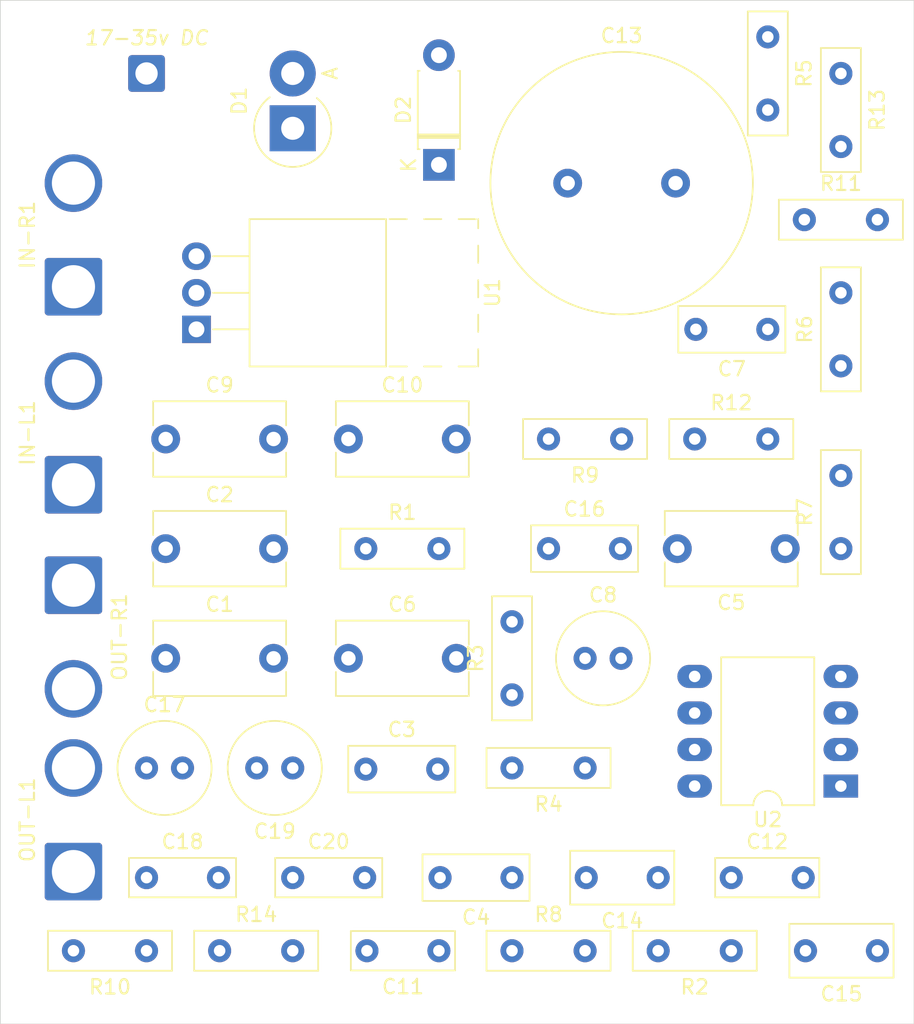
<source format=kicad_pcb>
(kicad_pcb (version 20211014) (generator pcbnew)
  (layers (0 "F.Cu" signal) (31 "B.Cu" signal) (34 "B.Paste" user) (35 "F.Paste" user) (36 "B.SilkS" user "B.Silkscreen") (37 "F.SilkS" user "F.Silkscreen") (38 "B.Mask" user) (39 "F.Mask" user) (44 "Edge.Cuts" user))
  (net 0 "")
  (net 1 "VBUS")
  (net 2 "+15V")
  (net 3 "Net-(C3-Pad1)")
  (net 4 "Net-(C7-Pad1)")
  (net 5 "Net-(C11-Pad1)")
  (net 6 "Net-(C5-Pad1)")
  (net 7 "Net-(C8-Pad1)")
  (net 8 "Net-(C12-Pad1)")
  (net 9 "Net-(C14-Pad2)")
  (net 10 "Net-(C15-Pad2)")
  (net 11 "Net-(C11-Pad2)")
  (net 12 "Net-(C12-Pad2)")
  (net 13 "Net-(C17-Pad1)")
  (net 14 "Net-(C19-Pad1)")
  (net 15 "GND")
  (net 16 "Net-(C17-Pad2)")
  (net 17 "Net-(C19-Pad2)")
  (net 18 "Net-(C9-Pad1)")
  (net 19 "VSS")
  (net 20 "Net-(C1-Pad1)")
  (net 21 "Net-(C2-Pad1)")
  (footprint "Resistor_THT:R_Box_L8.4mm_W2.5mm_P5.08mm" (layer "F.Cu") (at 58.42 66.04 90)
    (fp_text reference "R3" (at 2.54 -2.52 90) (layer "F.SilkS"))
    (fp_text value "47K")
    (fp_line (start -1.77 -1.39) (end -1.77 1.39) (layer "F.SilkS") (width 0.12))
    (fp_line (start -1.77 1.39) (end 6.85 1.39) (layer "F.SilkS") (width 0.12))
    (fp_line (start 6.85 -1.39) (end 6.85 1.39) (layer "F.SilkS") (width 0.12))
    (fp_line (start -1.77 -1.39) (end 6.85 -1.39) (layer "F.SilkS") (width 0.12))
    (pad "1" thru_hole circle (at 0 0 90) (size 1.6 1.6) (drill 0.8) (layers *.Cu *.Mask) (net 6 "Net-(C5-Pad1)"))
    (pad "2" thru_hole circle (at 5.08 0 90) (size 1.6 1.6) (drill 0.8) (layers *.Cu *.Mask) (net 1 "VBUS"))
  )
  (footprint "Capacitor_THT:C_Rect_L7.0mm_W2.5mm_P5.00mm" (layer "F.Cu") (at 73.66 78.74)
    (fp_text reference "C12" (at 2.5 -2.5) (layer "F.SilkS"))
    (fp_text value "3300pf")
    (fp_line (start 6.12 -1.37) (end 6.12 1.37) (layer "F.SilkS") (width 0.12))
    (fp_line (start -1.12 1.37) (end 6.12 1.37) (layer "F.SilkS") (width 0.12))
    (fp_line (start -1.12 -1.37) (end -1.12 1.37) (layer "F.SilkS") (width 0.12))
    (fp_line (start -1.12 -1.37) (end 6.12 -1.37) (layer "F.SilkS") (width 0.12))
    (pad "1" thru_hole circle (at 0 0) (size 1.6 1.6) (drill 0.8) (layers *.Cu *.Mask) (net 8 "Net-(C12-Pad1)"))
    (pad "2" thru_hole circle (at 5 0) (size 1.6 1.6) (drill 0.8) (layers *.Cu *.Mask) (net 12 "Net-(C12-Pad2)"))
  )
  (footprint "Capacitor_THT:C_Disc_D9.0mm_W5.0mm_P7.50mm" (layer "F.Cu") (at 34.35 63.5)
    (fp_text reference "C1" (at 3.75 -3.75) (layer "F.SilkS"))
    (fp_text value "150-300pf")
    (fp_line (start 8.37 -2.62) (end 8.37 -0.946) (layer "F.SilkS") (width 0.12))
    (fp_line (start 8.37 0.946) (end 8.37 2.62) (layer "F.SilkS") (width 0.12))
    (fp_line (start -0.87 0.946) (end -0.87 2.62) (layer "F.SilkS") (width 0.12))
    (fp_line (start -0.87 2.62) (end 8.37 2.62) (layer "F.SilkS") (width 0.12))
    (fp_line (start -0.87 -2.62) (end -0.87 -0.946) (layer "F.SilkS") (width 0.12))
    (fp_line (start -0.87 -2.62) (end 8.37 -2.62) (layer "F.SilkS") (width 0.12))
    (pad "1" thru_hole circle (at 0 0) (size 2 2) (drill 1) (layers *.Cu *.Mask) (net 20 "Net-(C1-Pad1)"))
    (pad "2" thru_hole circle (at 7.5 0) (size 2 2) (drill 1) (layers *.Cu *.Mask) (net 15 "GND"))
  )
  (footprint "Capacitor_THT:C_Rect_L7.0mm_W3.5mm_P5.00mm" (layer "F.Cu") (at 68.58 78.74 180)
    (fp_text reference "C14" (at 2.5 -3) (layer "F.SilkS"))
    (fp_text value "820pf")
    (fp_line (start -1.12 -1.87) (end 6.12 -1.87) (layer "F.SilkS") (width 0.12))
    (fp_line (start -1.12 1.87) (end 6.12 1.87) (layer "F.SilkS") (width 0.12))
    (fp_line (start -1.12 -1.87) (end -1.12 1.87) (layer "F.SilkS") (width 0.12))
    (fp_line (start 6.12 -1.87) (end 6.12 1.87) (layer "F.SilkS") (width 0.12))
    (pad "1" thru_hole circle (at 0 0 180) (size 1.6 1.6) (drill 0.8) (layers *.Cu *.Mask) (net 11 "Net-(C11-Pad2)"))
    (pad "2" thru_hole circle (at 5 0 180) (size 1.6 1.6) (drill 0.8) (layers *.Cu *.Mask) (net 9 "Net-(C14-Pad2)"))
  )
  (footprint "Resistor_THT:R_Box_L8.4mm_W2.5mm_P5.08mm" (layer "F.Cu") (at 76.2 20.32 -90)
    (fp_text reference "R5" (at 2.54 -2.52 90) (layer "F.SilkS"))
    (fp_text value "1M")
    (fp_line (start 6.85 -1.39) (end 6.85 1.39) (layer "F.SilkS") (width 0.12))
    (fp_line (start -1.77 1.39) (end 6.85 1.39) (layer "F.SilkS") (width 0.12))
    (fp_line (start -1.77 -1.39) (end 6.85 -1.39) (layer "F.SilkS") (width 0.12))
    (fp_line (start -1.77 -1.39) (end -1.77 1.39) (layer "F.SilkS") (width 0.12))
    (pad "1" thru_hole circle (at 0 0 270) (size 1.6 1.6) (drill 0.8) (layers *.Cu *.Mask) (net 5 "Net-(C11-Pad1)"))
    (pad "2" thru_hole circle (at 5.08 0 270) (size 1.6 1.6) (drill 0.8) (layers *.Cu *.Mask) (net 9 "Net-(C14-Pad2)"))
  )
  (footprint "Resistor_THT:R_Box_L8.4mm_W2.5mm_P5.08mm" (layer "F.Cu") (at 78.74 33.02)
    (fp_text reference "R11" (at 2.54 -2.52) (layer "F.SilkS"))
    (fp_text value "1kΩ")
    (fp_line (start -1.77 -1.39) (end -1.77 1.39) (layer "F.SilkS") (width 0.12))
    (fp_line (start 6.85 -1.39) (end 6.85 1.39) (layer "F.SilkS") (width 0.12))
    (fp_line (start -1.77 -1.39) (end 6.85 -1.39) (layer "F.SilkS") (width 0.12))
    (fp_line (start -1.77 1.39) (end 6.85 1.39) (layer "F.SilkS") (width 0.12))
    (pad "1" thru_hole circle (at 0 0) (size 1.6 1.6) (drill 0.8) (layers *.Cu *.Mask) (net 10 "Net-(C15-Pad2)"))
    (pad "2" thru_hole circle (at 5.08 0) (size 1.6 1.6) (drill 0.8) (layers *.Cu *.Mask) (net 14 "Net-(C19-Pad1)"))
  )
  (footprint "Capacitor_THT:C_Rect_L7.2mm_W3.0mm_P5.00mm_FKS2_FKP2_MKS2_MKP2" (layer "F.Cu") (at 48.26 71.2)
    (fp_text reference "C3" (at 2.5 -2.75) (layer "F.SilkS"))
    (fp_text value "4.7uf")
    (fp_line (start 6.22 -1.62) (end 6.22 1.62) (layer "F.SilkS") (width 0.12))
    (fp_line (start -1.22 -1.62) (end -1.22 1.62) (layer "F.SilkS") (width 0.12))
    (fp_line (start -1.22 -1.62) (end 6.22 -1.62) (layer "F.SilkS") (width 0.12))
    (fp_line (start -1.22 1.62) (end 6.22 1.62) (layer "F.SilkS") (width 0.12))
    (pad "1" thru_hole circle (at 0 0) (size 1.6 1.6) (drill 0.8) (layers *.Cu *.Mask) (net 3 "Net-(C3-Pad1)"))
    (pad "2" thru_hole circle (at 5 0) (size 1.6 1.6) (drill 0.8) (layers *.Cu *.Mask) (net 20 "Net-(C1-Pad1)"))
  )
  (footprint "Connector_Wire:SolderWire-2.5sqmm_1x02_P7.2mm_D2.4mm_OD3.6mm" (layer "F.Cu") (at 27.94 37.68 90)
    (fp_text reference "IN-R1" (at 3.6 -3.2 90) (layer "F.SilkS"))
    (fp_text value "Conn_Coaxial")
    (pad "1" thru_hole roundrect (at 0 0 90) (size 4 4) (drill 3) (layers *.Cu *.Mask) (roundrect_rratio 0.0625) (net 21 "Net-(C2-Pad1)"))
    (pad "2" thru_hole circle (at 7.2 0 90) (size 4 4) (drill 3) (layers *.Cu *.Mask) (net 15 "GND"))
  )
  (footprint "Resistor_THT:R_Box_L8.4mm_W2.5mm_P5.08mm" (layer "F.Cu") (at 81.28 43.18 90)
    (fp_text reference "R6" (at 2.54 -2.52 90) (layer "F.SilkS"))
    (fp_text value "1M")
    (fp_line (start -1.77 -1.39) (end -1.77 1.39) (layer "F.SilkS") (width 0.12))
    (fp_line (start -1.77 1.39) (end 6.85 1.39) (layer "F.SilkS") (width 0.12))
    (fp_line (start -1.77 -1.39) (end 6.85 -1.39) (layer "F.SilkS") (width 0.12))
    (fp_line (start 6.85 -1.39) (end 6.85 1.39) (layer "F.SilkS") (width 0.12))
    (pad "1" thru_hole circle (at 0 0 90) (size 1.6 1.6) (drill 0.8) (layers *.Cu *.Mask) (net 8 "Net-(C12-Pad1)"))
    (pad "2" thru_hole circle (at 5.08 0 90) (size 1.6 1.6) (drill 0.8) (layers *.Cu *.Mask) (net 10 "Net-(C15-Pad2)"))
  )
  (footprint "Diode_THT:D_DO-41_SOD81_P7.62mm_Horizontal" (layer "F.Cu") (at 53.34 29.21 90)
    (fp_text reference "D2" (at 3.81 -2.47 90) (layer "F.SilkS"))
    (fp_text value "1N4001")
    (fp_text user "K" (at 0 -2.1 90) (layer "F.SilkS"))
    (fp_line (start 1.09 1.34) (end 1.09 1.47) (layer "F.SilkS") (width 0.12))
    (fp_line (start 1.99 -1.47) (end 1.99 1.47) (layer "F.SilkS") (width 0.12))
    (fp_line (start 1.87 -1.47) (end 1.87 1.47) (layer "F.SilkS") (width 0.12))
    (fp_line (start 6.53 1.47) (end 6.53 1.34) (layer "F.SilkS") (width 0.12))
    (fp_line (start 1.09 1.47) (end 6.53 1.47) (layer "F.SilkS") (width 0.12))
    (fp_line (start 1.09 -1.34) (end 1.09 -1.47) (layer "F.SilkS") (width 0.12))
    (fp_line (start 1.09 -1.47) (end 6.53 -1.47) (layer "F.SilkS") (width 0.12))
    (fp_line (start 6.53 -1.47) (end 6.53 -1.34) (layer "F.SilkS") (width 0.12))
    (fp_line (start 2.11 -1.47) (end 2.11 1.47) (layer "F.SilkS") (width 0.12))
    (pad "1" thru_hole rect (at 0 0 90) (size 2.2 2.2) (drill 1.1) (layers *.Cu *.Mask) (net 2 "+15V"))
    (pad "2" thru_hole oval (at 7.62 0 90) (size 2.2 2.2) (drill 1.1) (layers *.Cu *.Mask) (net 18 "Net-(C9-Pad1)"))
  )
  (footprint "Package_DIP:DIP-8_W10.16mm_LongPads" (layer "F.Cu") (at 81.275 72.38 180)
    (fp_text reference "U2" (at 5.08 -2.33) (layer "F.SilkS"))
    (fp_text value "OpAmp")
    (fp_line (start 8.315 8.95) (end 8.315 -1.33) (layer "F.SilkS") (width 0.12))
    (fp_line (start 1.845 8.95) (end 8.315 8.95) (layer "F.SilkS") (width 0.12))
    (fp_line (start 1.845 -1.33) (end 1.845 8.95) (layer "F.SilkS") (width 0.12))
    (fp_line (start 8.315 -1.33) (end 6.08 -1.33) (layer "F.SilkS") (width 0.12))
    (fp_line (start 4.08 -1.33) (end 1.845 -1.33) (layer "F.SilkS") (width 0.12))
    (fp_arc (start 6.08 -1.33) (mid 5.08 -0.33) (end 4.08 -1.33) (layer "F.SilkS") (width 0.12))
    (pad "1" thru_hole rect (at 0 0 180) (size 2.4 1.6) (drill 0.8) (layers *.Cu *.Mask) (net 9 "Net-(C14-Pad2)"))
    (pad "2" thru_hole oval (at 0 2.54 180) (size 2.4 1.6) (drill 0.8) (layers *.Cu *.Mask) (net 5 "Net-(C11-Pad1)"))
    (pad "3" thru_hole oval (at 0 5.08 180) (size 2.4 1.6) (drill 0.8) (layers *.Cu *.Mask) (net 3 "Net-(C3-Pad1)"))
    (pad "4" thru_hole oval (at 0 7.62 180) (size 2.4 1.6) (drill 0.8) (layers *.Cu *.Mask) (net 15 "GND"))
    (pad "5" thru_hole oval (at 10.16 7.62 180) (size 2.4 1.6) (drill 0.8) (layers *.Cu *.Mask) (net 6 "Net-(C5-Pad1)"))
    (pad "6" thru_hole oval (at 10.16 5.08 180) (size 2.4 1.6) (drill 0.8) (layers *.Cu *.Mask) (net 8 "Net-(C12-Pad1)"))
    (pad "7" thru_hole oval (at 10.16 2.54 180) (size 2.4 1.6) (drill 0.8) (layers *.Cu *.Mask) (net 10 "Net-(C15-Pad2)"))
    (pad "8" thru_hole oval (at 10.16 0 180) (size 2.4 1.6) (drill 0.8) (layers *.Cu *.Mask) (net 2 "+15V"))
  )
  (footprint "Capacitor_THT:C_Rect_L7.0mm_W2.5mm_P5.00mm" (layer "F.Cu") (at 53.34 83.82 180)
    (fp_text reference "C11" (at 2.5 -2.5) (layer "F.SilkS"))
    (fp_text value "3300pf")
    (fp_line (start -1.12 -1.37) (end -1.12 1.37) (layer "F.SilkS") (width 0.12))
    (fp_line (start 6.12 -1.37) (end 6.12 1.37) (layer "F.SilkS") (width 0.12))
    (fp_line (start -1.12 -1.37) (end 6.12 -1.37) (layer "F.SilkS") (width 0.12))
    (fp_line (start -1.12 1.37) (end 6.12 1.37) (layer "F.SilkS") (width 0.12))
    (pad "1" thru_hole circle (at 0 0 180) (size 1.6 1.6) (drill 0.8) (layers *.Cu *.Mask) (net 5 "Net-(C11-Pad1)"))
    (pad "2" thru_hole circle (at 5 0 180) (size 1.6 1.6) (drill 0.8) (layers *.Cu *.Mask) (net 11 "Net-(C11-Pad2)"))
  )
  (footprint "Resistor_THT:R_Box_L8.4mm_W2.5mm_P5.08mm" (layer "F.Cu") (at 58.42 83.82)
    (fp_text reference "R8" (at 2.54 -2.52) (layer "F.SilkS"))
    (fp_text value "160K")
    (fp_line (start -1.77 -1.39) (end 6.85 -1.39) (layer "F.SilkS") (width 0.12))
    (fp_line (start -1.77 -1.39) (end -1.77 1.39) (layer "F.SilkS") (width 0.12))
    (fp_line (start 6.85 -1.39) (end 6.85 1.39) (layer "F.SilkS") (width 0.12))
    (fp_line (start -1.77 1.39) (end 6.85 1.39) (layer "F.SilkS") (width 0.12))
    (pad "1" thru_hole circle (at 0 0) (size 1.6 1.6) (drill 0.8) (layers *.Cu *.Mask) (net 12 "Net-(C12-Pad2)"))
    (pad "2" thru_hole circle (at 5.08 0) (size 1.6 1.6) (drill 0.8) (layers *.Cu *.Mask) (net 10 "Net-(C15-Pad2)"))
  )
  (footprint "Resistor_THT:R_Box_L8.4mm_W2.5mm_P5.08mm" (layer "F.Cu") (at 71.12 48.26)
    (fp_text reference "R12" (at 2.54 -2.52) (layer "F.SilkS"))
    (fp_text value "22k")
    (fp_line (start -1.77 -1.39) (end 6.85 -1.39) (layer "F.SilkS") (width 0.12))
    (fp_line (start -1.77 1.39) (end 6.85 1.39) (layer "F.SilkS") (width 0.12))
    (fp_line (start 6.85 -1.39) (end 6.85 1.39) (layer "F.SilkS") (width 0.12))
    (fp_line (start -1.77 -1.39) (end -1.77 1.39) (layer "F.SilkS") (width 0.12))
    (pad "1" thru_hole circle (at 0 0) (size 1.6 1.6) (drill 0.8) (layers *.Cu *.Mask) (net 1 "VBUS"))
    (pad "2" thru_hole circle (at 5.08 0) (size 1.6 1.6) (drill 0.8) (layers *.Cu *.Mask) (net 15 "GND"))
  )
  (footprint "Capacitor_THT:C_Disc_D9.0mm_W5.0mm_P7.50mm" (layer "F.Cu") (at 34.35 48.26)
    (fp_text reference "C9" (at 3.75 -3.75) (layer "F.SilkS"))
    (fp_text value "0.33uf")
    (fp_line (start 8.37 -2.62) (end 8.37 -0.946) (layer "F.SilkS") (width 0.12))
    (fp_line (start 8.37 0.946) (end 8.37 2.62) (layer "F.SilkS") (width 0.12))
    (fp_line (start -0.87 -2.62) (end -0.87 -0.946) (layer "F.SilkS") (width 0.12))
    (fp_line (start -0.87 -2.62) (end 8.37 -2.62) (layer "F.SilkS") (width 0.12))
    (fp_line (start -0.87 0.946) (end -0.87 2.62) (layer "F.SilkS") (width 0.12))
    (fp_line (start -0.87 2.62) (end 8.37 2.62) (layer "F.SilkS") (width 0.12))
    (pad "1" thru_hole circle (at 0 0) (size 2 2) (drill 1) (layers *.Cu *.Mask) (net 18 "Net-(C9-Pad1)"))
    (pad "2" thru_hole circle (at 7.5 0) (size 2 2) (drill 1) (layers *.Cu *.Mask) (net 15 "GND"))
  )
  (footprint "Resistor_THT:R_Box_L8.4mm_W2.5mm_P5.08mm" (layer "F.Cu") (at 48.26 55.88)
    (fp_text reference "R1" (at 2.54 -2.52) (layer "F.SilkS"))
    (fp_text value "47K")
    (fp_line (start -1.77 -1.39) (end -1.77 1.39) (layer "F.SilkS") (width 0.12))
    (fp_line (start -1.77 -1.39) (end 6.85 -1.39) (layer "F.SilkS") (width 0.12))
    (fp_line (start -1.77 1.39) (end 6.85 1.39) (layer "F.SilkS") (width 0.12))
    (fp_line (start 6.85 -1.39) (end 6.85 1.39) (layer "F.SilkS") (width 0.12))
    (pad "1" thru_hole circle (at 0 0) (size 1.6 1.6) (drill 0.8) (layers *.Cu *.Mask) (net 3 "Net-(C3-Pad1)"))
    (pad "2" thru_hole circle (at 5.08 0) (size 1.6 1.6) (drill 0.8) (layers *.Cu *.Mask) (net 1 "VBUS"))
  )
  (footprint "Capacitor_THT:C_Rect_L7.2mm_W3.0mm_P5.00mm_FKS2_FKP2_MKS2_MKP2" (layer "F.Cu") (at 76.2 40.64 180)
    (fp_text reference "C7" (at 2.5 -2.75) (layer "F.SilkS"))
    (fp_text value "10uf")
    (fp_line (start -1.22 -1.62) (end 6.22 -1.62) (layer "F.SilkS") (width 0.12))
    (fp_line (start -1.22 -1.62) (end -1.22 1.62) (layer "F.SilkS") (width 0.12))
    (fp_line (start 6.22 -1.62) (end 6.22 1.62) (layer "F.SilkS") (width 0.12))
    (fp_line (start -1.22 1.62) (end 6.22 1.62) (layer "F.SilkS") (width 0.12))
    (pad "1" thru_hole circle (at 0 0 180) (size 1.6 1.6) (drill 0.8) (layers *.Cu *.Mask) (net 4 "Net-(C7-Pad1)"))
    (pad "2" thru_hole circle (at 5 0 180) (size 1.6 1.6) (drill 0.8) (layers *.Cu *.Mask) (net 15 "GND"))
  )
  (footprint "Capacitor_THT:C_Disc_D9.0mm_W5.0mm_P7.50mm" (layer "F.Cu") (at 77.41 55.88 180)
    (fp_text reference "C5" (at 3.75 -3.75) (layer "F.SilkS"))
    (fp_text value "4.7uf")
    (fp_line (start -0.87 -2.62) (end -0.87 -0.946) (layer "F.SilkS") (width 0.12))
    (fp_line (start -0.87 -2.62) (end 8.37 -2.62) (layer "F.SilkS") (width 0.12))
    (fp_line (start 8.37 -2.62) (end 8.37 -0.946) (layer "F.SilkS") (width 0.12))
    (fp_line (start -0.87 2.62) (end 8.37 2.62) (layer "F.SilkS") (width 0.12))
    (fp_line (start -0.87 0.946) (end -0.87 2.62) (layer "F.SilkS") (width 0.12))
    (fp_line (start 8.37 0.946) (end 8.37 2.62) (layer "F.SilkS") (width 0.12))
    (pad "1" thru_hole circle (at 0 0 180) (size 2 2) (drill 1) (layers *.Cu *.Mask) (net 6 "Net-(C5-Pad1)"))
    (pad "2" thru_hole circle (at 7.5 0 180) (size 2 2) (drill 1) (layers *.Cu *.Mask) (net 21 "Net-(C2-Pad1)"))
  )
  (footprint "Capacitor_THT:C_Rect_L7.2mm_W3.0mm_P5.00mm_FKS2_FKP2_MKS2_MKP2" (layer "F.Cu") (at 58.42 78.74 180)
    (fp_text reference "C4" (at 2.5 -2.75) (layer "F.SilkS"))
    (fp_text value "0.47uf")
    (fp_line (start -1.22 -1.62) (end 6.22 -1.62) (layer "F.SilkS") (width 0.12))
    (fp_line (start -1.22 -1.62) (end -1.22 1.62) (layer "F.SilkS") (width 0.12))
    (fp_line (start -1.22 1.62) (end 6.22 1.62) (layer "F.SilkS") (width 0.12))
    (fp_line (start 6.22 -1.62) (end 6.22 1.62) (layer "F.SilkS") (width 0.12))
    (pad "1" thru_hole circle (at 0 0 180) (size 1.6 1.6) (drill 0.8) (layers *.Cu *.Mask) (net 20 "Net-(C1-Pad1)"))
    (pad "2" thru_hole circle (at 5 0 180) (size 1.6 1.6) (drill 0.8) (layers *.Cu *.Mask) (net 3 "Net-(C3-Pad1)"))
  )
  (footprint "Diode_THT:D_DO-201AD_P3.81mm_Vertical_AnodeUp" (layer "F.Cu") (at 43.18 26.67 90)
    (fp_text reference "D1" (at 1.905 -3.72 90) (layer "F.SilkS"))
    (fp_text value "D_Schottky")
    (fp_text user "A" (at 3.81 2.6 90) (layer "F.SilkS"))
    (fp_arc (start 2.096636 1.675386) (mid -2.683382 -0.047582) (end 2.154716 -1.6) (layer "F.SilkS") (width 0.12))
    (pad "1" thru_hole rect (at 0 0 90) (size 3.2 3.2) (drill 1.6) (layers *.Cu *.Mask) (net 18 "Net-(C9-Pad1)"))
    (pad "2" thru_hole oval (at 3.81 0 90) (size 3.2 3.2) (drill 1.6) (layers *.Cu *.Mask) (net 19 "VSS"))
  )
  (footprint "Capacitor_THT:C_Radial_D18.0mm_H35.5mm_P7.50mm" (layer "F.Cu") (at 62.29 30.48)
    (fp_text reference "C13" (at 3.75 -10.25) (layer "F.SilkS"))
    (fp_text value "3300uf")
    (fp_circle (center 3.75 0) (end 12.87 0) (layer "F.SilkS") (width 0.12) (fill none))
    (pad "1" thru_hole circle (at 0 0) (size 2 2) (drill 1) (layers *.Cu *.Mask) (net 2 "+15V"))
    (pad "2" thru_hole circle (at 7.5 0) (size 2 2) (drill 1) (layers *.Cu *.Mask) (net 15 "GND"))
  )
  (footprint "Resistor_THT:R_Box_L8.4mm_W2.5mm_P5.08mm" (layer "F.Cu") (at 38.1 83.82)
    (fp_text reference "R14" (at 2.54 -2.52) (layer "F.SilkS"))
    (fp_text value "470k")
    (fp_line (start -1.77 -1.39) (end -1.77 1.39) (layer "F.SilkS") (width 0.12))
    (fp_line (start -1.77 1.39) (end 6.85 1.39) (layer "F.SilkS") (width 0.12))
    (fp_line (start -1.77 -1.39) (end 6.85 -1.39) (layer "F.SilkS") (width 0.12))
    (fp_line (start 6.85 -1.39) (end 6.85 1.39) (layer "F.SilkS") (width 0.12))
    (pad "1" thru_hole circle (at 0 0) (size 1.6 1.6) (drill 0.8) (layers *.Cu *.Mask) (net 17 "Net-(C19-Pad2)"))
    (pad "2" thru_hole circle (at 5.08 0) (size 1.6 1.6) (drill 0.8) (layers *.Cu *.Mask) (net 15 "GND"))
  )
  (footprint "Resistor_THT:R_Box_L8.4mm_W2.5mm_P5.08mm" (layer "F.Cu") (at 63.5 71.12 180)
    (fp_text reference "R4" (at 2.54 -2.52) (layer "F.SilkS"))
    (fp_text value "2K")
    (fp_line (start -1.77 1.39) (end 6.85 1.39) (layer "F.SilkS") (width 0.12))
    (fp_line (start -1.77 -1.39) (end -1.77 1.39) (layer "F.SilkS") (width 0.12))
    (fp_line (start 6.85 -1.39) (end 6.85 1.39) (layer "F.SilkS") (width 0.12))
    (fp_line (start -1.77 -1.39) (end 6.85 -1.39) (layer "F.SilkS") (width 0.12))
    (pad "1" thru_hole circle (at 0 0 180) (size 1.6 1.6) (drill 0.8) (layers *.Cu *.Mask) (net 7 "Net-(C8-Pad1)"))
    (pad "2" thru_hole circle (at 5.08 0 180) (size 1.6 1.6) (drill 0.8) (layers *.Cu *.Mask) (net 8 "Net-(C12-Pad1)"))
  )
  (footprint "Connector_Wire:SolderWire-0.75sqmm_1x01_D1.25mm_OD2.3mm" (layer "F.Cu") (at 33.02 22.86)
    (fp_text reference "17-35v DC" (at 0 -2.47) (layer "F.SilkS") (effects (font (thickness 0.15) italic)))
    (fp_text value "DC input")
    (pad "1" thru_hole roundrect (at 0 0) (size 2.55 2.55) (drill 1.55) (layers *.Cu *.Mask) (roundrect_rratio 0.098039))
  )
  (footprint "Capacitor_THT:C_Disc_D9.0mm_W5.0mm_P7.50mm" (layer "F.Cu") (at 47.05 48.26)
    (fp_text reference "C10" (at 3.75 -3.75) (layer "F.SilkS"))
    (fp_text value "0.1uf")
    (fp_line (start -0.87 -2.62) (end -0.87 -0.946) (layer "F.SilkS") (width 0.12))
    (fp_line (start 8.37 -2.62) (end 8.37 -0.946) (layer "F.SilkS") (width 0.12))
    (fp_line (start -0.87 2.62) (end 8.37 2.62) (layer "F.SilkS") (width 0.12))
    (fp_line (start 8.37 0.946) (end 8.37 2.62) (layer "F.SilkS") (width 0.12))
    (fp_line (start -0.87 -2.62) (end 8.37 -2.62) (layer "F.SilkS") (width 0.12))
    (fp_line (start -0.87 0.946) (end -0.87 2.62) (layer "F.SilkS") (width 0.12))
    (pad "1" thru_hole circle (at 0 0) (size 2 2) (drill 1) (layers *.Cu *.Mask) (net 2 "+15V"))
    (pad "2" thru_hole circle (at 7.5 0) (size 2 2) (drill 1) (layers *.Cu *.Mask) (net 15 "GND"))
  )
  (footprint "Resistor_THT:R_Box_L8.4mm_W2.5mm_P5.08mm" (layer "F.Cu") (at 73.66 83.82 180)
    (fp_text reference "R2" (at 2.54 -2.52) (layer "F.SilkS"))
    (fp_text value "2K")
    (fp_line (start -1.77 1.39) (end 6.85 1.39) (layer "F.SilkS") (width 0.12))
    (fp_line (start 6.85 -1.39) (end 6.85 1.39) (layer "F.SilkS") (width 0.12))
    (fp_line (start -1.77 -1.39) (end -1.77 1.39) (layer "F.SilkS") (width 0.12))
    (fp_line (start -1.77 -1.39) (end 6.85 -1.39) (layer "F.SilkS") (width 0.12))
    (pad "1" thru_hole circle (at 0 0 180) (size 1.6 1.6) (drill 0.8) (layers *.Cu *.Mask) (net 4 "Net-(C7-Pad1)"))
    (pad "2" thru_hole circle (at 5.08 0 180) (size 1.6 1.6) (drill 0.8) (layers *.Cu *.Mask) (net 5 "Net-(C11-Pad1)"))
  )
  (footprint "Capacitor_THT:C_Disc_D9.0mm_W5.0mm_P7.50mm" (layer "F.Cu") (at 34.35 55.88)
    (fp_text reference "C2" (at 3.75 -3.75) (layer "F.SilkS"))
    (fp_text value "150-300pf")
    (fp_line (start 8.37 0.946) (end 8.37 2.62) (layer "F.SilkS") (width 0.12))
    (fp_line (start -0.87 2.62) (end 8.37 2.62) (layer "F.SilkS") (width 0.12))
    (fp_line (start -0.87 -2.62) (end 8.37 -2.62) (layer "F.SilkS") (width 0.12))
    (fp_line (start -0.87 0.946) (end -0.87 2.62) (layer "F.SilkS") (width 0.12))
    (fp_line (start 8.37 -2.62) (end 8.37 -0.946) (layer "F.SilkS") (width 0.12))
    (fp_line (start -0.87 -2.62) (end -0.87 -0.946) (layer "F.SilkS") (width 0.12))
    (pad "1" thru_hole circle (at 0 0) (size 2 2) (drill 1) (layers *.Cu *.Mask) (net 21 "Net-(C2-Pad1)"))
    (pad "2" thru_hole circle (at 7.5 0) (size 2 2) (drill 1) (layers *.Cu *.Mask) (net 15 "GND"))
  )
  (footprint "Connector_Wire:SolderWire-2.5sqmm_1x02_P7.2mm_D2.4mm_OD3.6mm" (layer "F.Cu") (at 27.94 58.42 -90)
    (fp_text reference "OUT-R1" (at 3.6 -3.2 90) (layer "F.SilkS"))
    (fp_text value "Conn_Coaxial")
    (pad "1" thru_hole roundrect (at 0 0 270) (size 4 4) (drill 3) (layers *.Cu *.Mask) (roundrect_rratio 0.0625) (net 17 "Net-(C19-Pad2)"))
    (pad "2" thru_hole circle (at 7.2 0 270) (size 4 4) (drill 3) (layers *.Cu *.Mask) (net 15 "GND"))
  )
  (footprint "Capacitor_THT:C_Rect_L7.2mm_W3.0mm_P5.00mm_FKS2_FKP2_MKS2_MKP2" (layer "F.Cu") (at 60.96 55.88)
    (fp_text reference "C16" (at 2.5 -2.75) (layer "F.SilkS"))
    (fp_text value "47u (?)")
    (fp_line (start 6.22 -1.62) (end 6.22 1.62) (layer "F.SilkS") (width 0.12))
    (fp_line (start -1.22 -1.62) (end 6.22 -1.62) (layer "F.SilkS") (width 0.12))
    (fp_line (start -1.22 1.62) (end 6.22 1.62) (layer "F.SilkS") (width 0.12))
    (fp_line (start -1.22 -1.62) (end -1.22 1.62) (layer "F.SilkS") (width 0.12))
    (pad "1" thru_hole circle (at 0 0) (size 1.6 1.6) (drill 0.8) (layers *.Cu *.Mask) (net 1 "VBUS"))
    (pad "2" thru_hole circle (at 5 0) (size 1.6 1.6) (drill 0.8) (layers *.Cu *.Mask) (net 15 "GND"))
  )
  (footprint "Capacitor_THT:C_Radial_D6.3mm_H11.0mm_P2.50mm" (layer "F.Cu") (at 33.02 71.12)
    (fp_text reference "C17" (at 1.25 -4.4) (layer "F.SilkS"))
    (fp_text value "47uf")
    (fp_circle (center 1.25 0) (end 4.52 0) (layer "F.SilkS") (width 0.12) (fill none))
    (pad "1" thru_hole circle (at 0 0) (size 1.6 1.6) (drill 0.8) (layers *.Cu *.Mask) (net 13 "Net-(C17-Pad1)"))
    (pad "2" thru_hole circle (at 2.5 0) (size 1.6 1.6) (drill 0.8) (layers *.Cu *.Mask) (net 16 "Net-(C17-Pad2)"))
  )
  (footprint "Capacitor_THT:C_Radial_D6.3mm_H11.0mm_P2.50mm" (layer "F.Cu") (at 43.18 71.12 180)
    (fp_text reference "C19" (at 1.25 -4.4) (layer "F.SilkS"))
    (fp_text value "47uf")
    (fp_circle (center 1.25 0) (end 4.52 0) (layer "F.SilkS") (width 0.12) (fill none))
    (pad "1" thru_hole circle (at 0 0 180) (size 1.6 1.6) (drill 0.8) (layers *.Cu *.Mask) (net 14 "Net-(C19-Pad1)"))
    (pad "2" thru_hole circle (at 2.5 0 180) (size 1.6 1.6) (drill 0.8) (layers *.Cu *.Mask) (net 17 "Net-(C19-Pad2)"))
  )
  (footprint "Resistor_THT:R_Box_L8.4mm_W2.5mm_P5.08mm" (layer "F.Cu") (at 81.28 22.86 -90)
    (fp_text reference "R13" (at 2.54 -2.52 90) (layer "F.SilkS"))
    (fp_text value "470k")
    (fp_line (start -1.77 1.39) (end 6.85 1.39) (layer "F.SilkS") (width 0.12))
    (fp_line (start -1.77 -1.39) (end -1.77 1.39) (layer "F.SilkS") (width 0.12))
    (fp_line (start -1.77 -1.39) (end 6.85 -1.39) (layer "F.SilkS") (width 0.12))
    (fp_line (start 6.85 -1.39) (end 6.85 1.39) (layer "F.SilkS") (width 0.12))
    (pad "1" thru_hole circle (at 0 0 270) (size 1.6 1.6) (drill 0.8) (layers *.Cu *.Mask) (net 16 "Net-(C17-Pad2)"))
    (pad "2" thru_hole circle (at 5.08 0 270) (size 1.6 1.6) (drill 0.8) (layers *.Cu *.Mask) (net 15 "GND"))
  )
  (footprint "Capacitor_THT:C_Rect_L7.2mm_W2.5mm_P5.00mm_FKS2_FKP2_MKS2_MKP2" (layer "F.Cu") (at 43.18 78.74)
    (fp_text reference "C20" (at 2.5 -2.5) (layer "F.SilkS"))
    (fp_text value "0.1uf")
    (fp_line (start -1.22 1.37) (end 6.22 1.37) (layer "F.SilkS") (width 0.12))
    (fp_line (start -1.22 -1.37) (end 6.22 -1.37) (layer "F.SilkS") (width 0.12))
    (fp_line (start -1.22 -1.37) (end -1.22 1.37) (layer "F.SilkS") (width 0.12))
    (fp_line (start 6.22 -1.37) (end 6.22 1.37) (layer "F.SilkS") (width 0.12))
    (pad "1" thru_hole circle (at 0 0) (size 1.6 1.6) (drill 0.8) (layers *.Cu *.Mask) (net 17 "Net-(C19-Pad2)"))
    (pad "2" thru_hole circle (at 5 0) (size 1.6 1.6) (drill 0.8) (layers *.Cu *.Mask) (net 14 "Net-(C19-Pad1)"))
  )
  (footprint "Resistor_THT:R_Box_L8.4mm_W2.5mm_P5.08mm" (layer "F.Cu") (at 33.02 83.82 180)
    (fp_text reference "R10" (at 2.54 -2.52) (layer "F.SilkS"))
    (fp_text value "1kΩ")
    (fp_line (start -1.77 1.39) (end 6.85 1.39) (layer "F.SilkS") (width 0.12))
    (fp_line (start -1.77 -1.39) (end 6.85 -1.39) (layer "F.SilkS") (width 0.12))
    (fp_line (start -1.77 -1.39) (end -1.77 1.39) (layer "F.SilkS") (width 0.12))
    (fp_line (start 6.85 -1.39) (end 6.85 1.39) (layer "F.SilkS") (width 0.12))
    (pad "1" thru_hole circle (at 0 0 180) (size 1.6 1.6) (drill 0.8) (layers *.Cu *.Mask) (net 9 "Net-(C14-Pad2)"))
    (pad "2" thru_hole circle (at 5.08 0 180) (size 1.6 1.6) (drill 0.8) (layers *.Cu *.Mask) (net 13 "Net-(C17-Pad1)"))
  )
  (footprint "Connector_Wire:SolderWire-2.5sqmm_1x02_P7.2mm_D2.4mm_OD3.6mm" (layer "F.Cu") (at 27.94 78.32 90)
    (fp_text reference "OUT-L1" (at 3.6 -3.2 90) (layer "F.SilkS"))
    (fp_text value "Conn_Coaxial")
    (pad "1" thru_hole roundrect (at 0 0 90) (size 4 4) (drill 3) (layers *.Cu *.Mask) (roundrect_rratio 0.0625) (net 16 "Net-(C17-Pad2)"))
    (pad "2" thru_hole circle (at 7.2 0 90) (size 4 4) (drill 3) (layers *.Cu *.Mask) (net 15 "GND"))
  )
  (footprint "Package_TO_SOT_THT:TO-220-3_Horizontal_TabUp" (layer "F.Cu") (at 36.49 40.64 90)
    (fp_text reference "U1" (at 2.54 20.58 90) (layer "F.SilkS"))
    (fp_text value "L7815")
    (fp_line (start 7.66 18.22) (end 7.66 19.42) (layer "F.SilkS") (width 0.12))
    (fp_line (start -2.58 13.42) (end -2.58 14.62) (layer "F.SilkS") (width 0.12))
    (fp_line (start 4.62 19.58) (end 5.82 19.58) (layer "F.SilkS") (width 0.12))
    (fp_line (start -2.58 13.18) (end 7.66 13.18) (layer "F.SilkS") (width 0.12))
    (fp_line (start -2.58 3.69) (end -2.58 13.18) (layer "F.SilkS") (width 0.12))
    (fp_line (start 2.22 19.58) (end 3.42 19.58) (layer "F.SilkS") (width 0.12))
    (fp_line (start 2.54 1.15) (end 2.54 3.69) (layer "F.SilkS") (width 0.12))
    (fp_line (start 7.66 13.42) (end 7.66 14.62) (layer "F.SilkS") (width 0.12))
    (fp_line (start -2.58 15.82) (end -2.58 17.02) (layer "F.SilkS") (width 0.12))
    (fp_line (start 5.08 1.15) (end 5.08 3.69) (layer "F.SilkS") (width 0.12))
    (fp_line (start -2.58 3.69) (end 7.66 3.69) (layer "F.SilkS") (width 0.12))
    (fp_line (start 7.66 15.82) (end 7.66 17.02) (layer "F.SilkS") (width 0.12))
    (fp_line (start 0 1.15) (end 0 3.69) (layer "F.SilkS") (width 0.12))
    (fp_line (start -2.58 18.22) (end -2.58 19.42) (layer "F.SilkS") (width 0.12))
    (fp_line (start 7.02 19.58) (end 7.66 19.58) (layer "F.SilkS") (width 0.12))
    (fp_line (start 7.66 3.69) (end 7.66 13.18) (layer "F.SilkS") (width 0.12))
    (fp_line (start -2.58 19.58) (end -1.38 19.58) (layer "F.SilkS") (width 0.12))
    (fp_line (start -0.181 19.58) (end 1.02 19.58) (layer "F.SilkS") (width 0.12))
    (pad "" np_thru_hole oval (at 2.54 16.66 90) (size 3.5 3.5) (drill 3.5) (layers *.Cu *.Mask))
    (pad "1" thru_hole rect (at 0 0 90) (size 1.905 2) (drill 1.1) (layers *.Cu *.Mask) (net 18 "Net-(C9-Pad1)"))
    (pad "2" thru_hole oval (at 2.54 0 90) (size 1.905 2) (drill 1.1) (layers *.Cu *.Mask) (net 15 "GND"))
    (pad "3" thru_hole oval (at 5.08 0 90) (size 1.905 2) (drill 1.1) (layers *.Cu *.Mask) (net 2 "+15V"))
  )
  (footprint "Capacitor_THT:C_Rect_L7.2mm_W2.5mm_P5.00mm_FKS2_FKP2_MKS2_MKP2" (layer "F.Cu") (at 33.02 78.74)
    (fp_text reference "C18" (at 2.5 -2.5) (layer "F.SilkS"))
    (fp_text value "0.1uf")
    (fp_line (start -1.22 -1.37) (end -1.22 1.37) (layer "F.SilkS") (width 0.12))
    (fp_line (start 6.22 -1.37) (end 6.22 1.37) (layer "F.SilkS") (width 0.12))
    (fp_line (start -1.22 1.37) (end 6.22 1.37) (layer "F.SilkS") (width 0.12))
    (fp_line (start -1.22 -1.37) (end 6.22 -1.37) (layer "F.SilkS") (width 0.12))
    (pad "1" thru_hole circle (at 0 0) (size 1.6 1.6) (drill 0.8) (layers *.Cu *.Mask) (net 16 "Net-(C17-Pad2)"))
    (pad "2" thru_hole circle (at 5 0) (size 1.6 1.6) (drill 0.8) (layers *.Cu *.Mask) (net 13 "Net-(C17-Pad1)"))
  )
  (footprint "Capacitor_THT:C_Rect_L7.0mm_W3.5mm_P5.00mm" (layer "F.Cu") (at 83.82 83.82 180)
    (fp_text reference "C15" (at 2.5 -3) (layer "F.SilkS"))
    (fp_text value "820pf")
    (fp_line (start -1.12 1.87) (end 6.12 1.87) (layer "F.SilkS") (width 0.12))
    (fp_line (start -1.12 -1.87) (end 6.12 -1.87) (layer "F.SilkS") (width 0.12))
    (fp_line (start 6.12 -1.87) (end 6.12 1.87) (layer "F.SilkS") (width 0.12))
    (fp_line (start -1.12 -1.87) (end -1.12 1.87) (layer "F.SilkS") (width 0.12))
    (pad "1" thru_hole circle (at 0 0 180) (size 1.6 1.6) (drill 0.8) (layers *.Cu *.Mask) (net 12 "Net-(C12-Pad2)"))
    (pad "2" thru_hole circle (at 5 0 180) (size 1.6 1.6) (drill 0.8) (layers *.Cu *.Mask) (net 10 "Net-(C15-Pad2)"))
  )
  (footprint "Connector_Wire:SolderWire-2.5sqmm_1x02_P7.2mm_D2.4mm_OD3.6mm" (layer "F.Cu") (at 27.94 51.44 90)
    (fp_text reference "IN-L1" (at 3.6 -3.2 90) (layer "F.SilkS"))
    (fp_text value "Conn_Coaxial")
    (pad "1" thru_hole roundrect (at 0 0 90) (size 4 4) (drill 3) (layers *.Cu *.Mask) (roundrect_rratio 0.0625) (net 20 "Net-(C1-Pad1)"))
    (pad "2" thru_hole circle (at 7.2 0 90) (size 4 4) (drill 3) (layers *.Cu *.Mask) (net 15 "GND"))
  )
  (footprint "Resistor_THT:R_Box_L8.4mm_W2.5mm_P5.08mm" (layer "F.Cu") (at 81.28 55.88 90)
    (fp_text reference "R7" (at 2.54 -2.52 90) (layer "F.SilkS"))
    (fp_text value "160K")
    (fp_line (start -1.77 -1.39) (end -1.77 1.39) (layer "F.SilkS") (width 0.12))
    (fp_line (start -1.77 1.39) (end 6.85 1.39) (layer "F.SilkS") (width 0.12))
    (fp_line (start 6.85 -1.39) (end 6.85 1.39) (layer "F.SilkS") (width 0.12))
    (fp_line (start -1.77 -1.39) (end 6.85 -1.39) (layer "F.SilkS") (width 0.12))
    (pad "1" thru_hole circle (at 0 0 90) (size 1.6 1.6) (drill 0.8) (layers *.Cu *.Mask) (net 11 "Net-(C11-Pad2)"))
    (pad "2" thru_hole circle (at 5.08 0 90) (size 1.6 1.6) (drill 0.8) (layers *.Cu *.Mask) (net 9 "Net-(C14-Pad2)"))
  )
  (footprint "Capacitor_THT:C_Disc_D9.0mm_W5.0mm_P7.50mm" (layer "F.Cu") (at 47.05 63.5)
    (fp_text reference "C6" (at 3.75 -3.75) (layer "F.SilkS"))
    (fp_text value "0.47uf")
    (fp_line (start 8.37 -2.62) (end 8.37 -0.946) (layer "F.SilkS") (width 0.12))
    (fp_line (start -0.87 -2.62) (end -0.87 -0.946) (layer "F.SilkS") (width 0.12))
    (fp_line (start -0.87 2.62) (end 8.37 2.62) (layer "F.SilkS") (width 0.12))
    (fp_line (start -0.87 0.946) (end -0.87 2.62) (layer "F.SilkS") (width 0.12))
    (fp_line (start -0.87 -2.62) (end 8.37 -2.62) (layer "F.SilkS") (width 0.12))
    (fp_line (start 8.37 0.946) (end 8.37 2.62) (layer "F.SilkS") (width 0.12))
    (pad "1" thru_hole circle (at 0 0) (size 2 2) (drill 1) (layers *.Cu *.Mask) (net 21 "Net-(C2-Pad1)"))
    (pad "2" thru_hole circle (at 7.5 0) (size 2 2) (drill 1) (layers *.Cu *.Mask) (net 6 "Net-(C5-Pad1)"))
  )
  (footprint "Capacitor_THT:C_Radial_D6.3mm_H7.0mm_P2.50mm" (layer "F.Cu") (at 63.5 63.5)
    (fp_text reference "C8" (at 1.25 -4.4) (layer "F.SilkS"))
    (fp_text value "10uf")
    (fp_circle (center 1.25 0) (end 4.52 0) (layer "F.SilkS") (width 0.12) (fill none))
    (pad "1" thru_hole circle (at 0 0) (size 1.6 1.6) (drill 0.8) (layers *.Cu *.Mask) (net 7 "Net-(C8-Pad1)"))
    (pad "2" thru_hole circle (at 2.5 0) (size 1.6 1.6) (drill 0.8) (layers *.Cu *.Mask) (net 15 "GND"))
  )
  (footprint "Resistor_THT:R_Box_L8.4mm_W2.5mm_P5.08mm" (layer "F.Cu") (at 66.04 48.26 180)
    (fp_text reference "R9" (at 2.54 -2.52) (layer "F.SilkS"))
    (fp_text value "22k")
    (fp_line (start -1.77 1.39) (end 6.85 1.39) (layer "F.SilkS") (width 0.12))
    (fp_line (start -1.77 -1.39) (end 6.85 -1.39) (layer "F.SilkS") (width 0.12))
    (fp_line (start 6.85 -1.39) (end 6.85 1.39) (layer "F.SilkS") (width 0.12))
    (fp_line (start -1.77 -1.39) (end -1.77 1.39) (layer "F.SilkS") (width 0.12))
    (pad "1" thru_hole circle (at 0 0 180) (size 1.6 1.6) (drill 0.8) (layers *.Cu *.Mask) (net 1 "VBUS"))
    (pad "2" thru_hole circle (at 5.08 0 180) (size 1.6 1.6) (drill 0.8) (layers *.Cu *.Mask) (net 2 "+15V"))
  )
  (gr_line (start 86.36 17.78) (end 22.86 17.78) (layer "Edge.Cuts") (width 0.05))
  (gr_line (start 22.86 17.78) (end 22.86 88.9) (layer "Edge.Cuts") (width 0.05))
  (gr_line (start 86.36 88.9) (end 22.86 88.9) (layer "Edge.Cuts") (width 0.05))
  (gr_line (start 86.36 88.9) (end 86.36 17.78) (layer "Edge.Cuts") (width 0.05))
)
</source>
